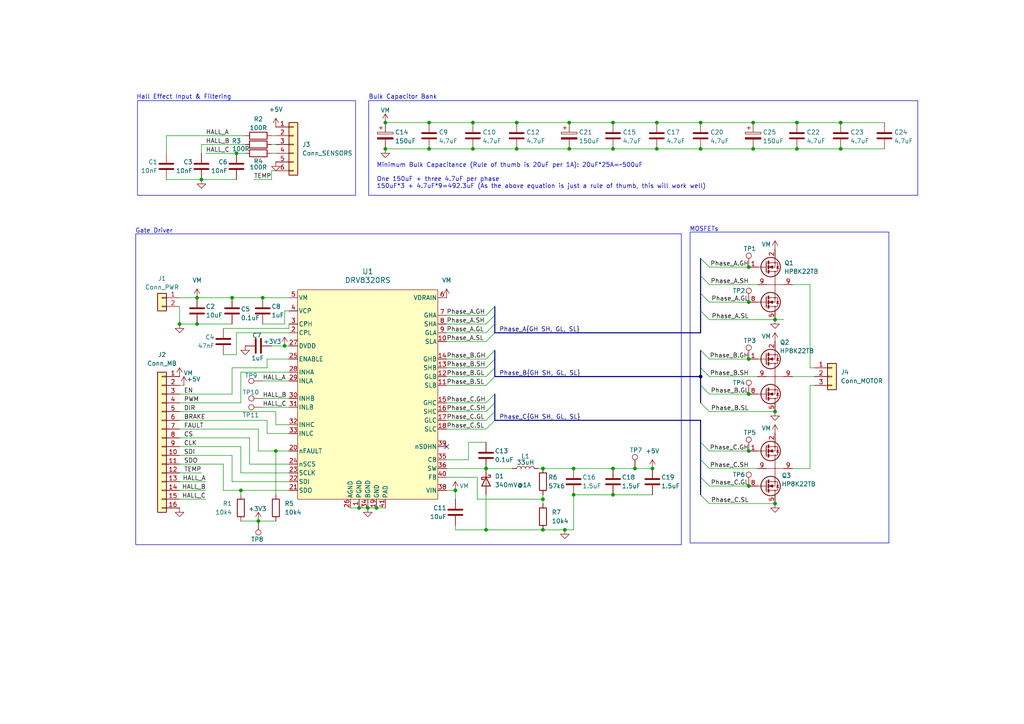
<source format=kicad_sch>
(kicad_sch (version 20250114) (generator "eeschema") (generator_version "9.0")
  (paper "A4")
  (title_block (title "Sensored Brushless Motor ESC") (date "2025-06-23") (rev "v1.0") (company "Designed by Adam Turaj") (comment 1 "Designed for 50A peak current and 25A running current") (comment 2 "https://highway.hackclub.com") (comment 3 "Made for Hackclub's Highway YSWS Grant"))
  (lib_symbols
    (symbol "Connector:TestPoint" (pin_numbers (hide yes)) (pin_names (offset 0.762) (hide yes))
      (property "Reference" "TP" (at 0 6.858 0))
      (property "Value" "TestPoint" (at 0 5.08 0))
      (symbol "TestPoint_1_1"
        (pin passive line (at 0 0 90) (length 2.54) (name "1") (number "1"))
      )
    )
    (symbol "Connector_Generic:Conn_01x02" (pin_names (offset 1.016) (hide yes))
      (property "Reference" "J" (at 0 2.54 0))
      (property "Value" "Conn_01x02" (at 0 -5.08 0))
      (symbol "Conn_01x02_1_1"
        (pin passive line (at -5.08 0 0) (length 3.81) (name "Pin_1") (number "1"))
        (pin passive line (at -5.08 -2.54 0) (length 3.81) (name "Pin_2") (number "2"))
      )
    )
    (symbol "Connector_Generic:Conn_01x03" (pin_names (offset 1.016) (hide yes))
      (property "Reference" "J" (at 0 5.08 0))
      (property "Value" "Conn_01x03" (at 0 -5.08 0))
      (symbol "Conn_01x03_1_1"
        (pin passive line (at -5.08 2.54 0) (length 3.81) (name "Pin_1") (number "1"))
        (pin passive line (at -5.08 0 0) (length 3.81) (name "Pin_2") (number "2"))
        (pin passive line (at -5.08 -2.54 0) (length 3.81) (name "Pin_3") (number "3"))
      )
    )
    (symbol "Connector_Generic:Conn_01x06" (pin_names (offset 1.016) (hide yes))
      (property "Reference" "J" (at 0 7.62 0))
      (property "Value" "Conn_01x06" (at 0 -10.16 0))
      (symbol "Conn_01x06_1_1"
        (pin passive line (at -5.08 5.08 0) (length 3.81) (name "Pin_1") (number "1"))
        (pin passive line (at -5.08 2.54 0) (length 3.81) (name "Pin_2") (number "2"))
        (pin passive line (at -5.08 0 0) (length 3.81) (name "Pin_3") (number "3"))
        (pin passive line (at -5.08 -2.54 0) (length 3.81) (name "Pin_4") (number "4"))
        (pin passive line (at -5.08 -5.08 0) (length 3.81) (name "Pin_5") (number "5"))
        (pin passive line (at -5.08 -7.62 0) (length 3.81) (name "Pin_6") (number "6"))
      )
    )
    (symbol "Connector_Generic:Conn_01x16" (pin_names (offset 1.016) (hide yes))
      (property "Reference" "J" (at 0 20.32 0))
      (property "Value" "Conn_01x16" (at 0 -22.86 0))
      (symbol "Conn_01x16_1_1"
        (pin passive line (at -5.08 17.78 0) (length 3.81) (name "Pin_1") (number "1"))
        (pin passive line (at -5.08 15.24 0) (length 3.81) (name "Pin_2") (number "2"))
        (pin passive line (at -5.08 12.7 0) (length 3.81) (name "Pin_3") (number "3"))
        (pin passive line (at -5.08 10.16 0) (length 3.81) (name "Pin_4") (number "4"))
        (pin passive line (at -5.08 7.62 0) (length 3.81) (name "Pin_5") (number "5"))
        (pin passive line (at -5.08 5.08 0) (length 3.81) (name "Pin_6") (number "6"))
        (pin passive line (at -5.08 2.54 0) (length 3.81) (name "Pin_7") (number "7"))
        (pin passive line (at -5.08 0 0) (length 3.81) (name "Pin_8") (number "8"))
        (pin passive line (at -5.08 -2.54 0) (length 3.81) (name "Pin_9") (number "9"))
        (pin passive line (at -5.08 -5.08 0) (length 3.81) (name "Pin_10") (number "10"))
        (pin passive line (at -5.08 -7.62 0) (length 3.81) (name "Pin_11") (number "11"))
        (pin passive line (at -5.08 -10.16 0) (length 3.81) (name "Pin_12") (number "12"))
        (pin passive line (at -5.08 -12.7 0) (length 3.81) (name "Pin_13") (number "13"))
        (pin passive line (at -5.08 -15.24 0) (length 3.81) (name "Pin_14") (number "14"))
        (pin passive line (at -5.08 -17.78 0) (length 3.81) (name "Pin_15") (number "15"))
        (pin passive line (at -5.08 -20.32 0) (length 3.81) (name "Pin_16") (number "16"))
      )
    )
    (symbol "Device:C" (pin_numbers (hide yes)) (pin_names (offset 0.254))
      (property "Reference" "C" (at 0.635 2.54 0))
      (property "Value" "C" (at 0.635 -2.54 0))
      (symbol "C_1_1"
        (pin passive line (at 0 3.81 270) (length 2.794) (name "~") (number "1"))
        (pin passive line (at 0 -3.81 90) (length 2.794) (name "~") (number "2"))
      )
    )
    (symbol "Device:C_Polarized" (pin_numbers (hide yes)) (pin_names (offset 0.254))
      (property "Reference" "C" (at 0.635 2.54 0))
      (property "Value" "C_Polarized" (at 0.635 -2.54 0))
      (symbol "C_Polarized_1_1"
        (pin passive line (at 0 3.81 270) (length 2.794) (name "~") (number "1"))
        (pin passive line (at 0 -3.81 90) (length 2.794) (name "~") (number "2"))
      )
    )
    (symbol "Device:D_Schottky" (pin_numbers (hide yes)) (pin_names (offset 1.016) (hide yes))
      (property "Reference" "D" (at 0 2.54 0))
      (property "Value" "D_Schottky" (at 0 -2.54 0))
      (symbol "D_Schottky_1_1"
        (pin passive line (at -3.81 0 0) (length 2.54) (name "K") (number "1"))
        (pin passive line (at 3.81 0 180) (length 2.54) (name "A") (number "2"))
      )
    )
    (symbol "Device:L" (pin_numbers (hide yes)) (pin_names (offset 1.016) (hide yes))
      (property "Reference" "L" (at -1.27 0 90))
      (property "Value" "L" (at 1.905 0 90))
      (symbol "L_1_1"
        (pin passive line (at 0 3.81 270) (length 1.27) (name "1") (number "1"))
        (pin passive line (at 0 -3.81 90) (length 1.27) (name "2") (number "2"))
      )
    )
    (symbol "Device:R" (pin_numbers (hide yes)) (pin_names (offset 0))
      (property "Reference" "R" (at 2.032 0 90))
      (property "Value" "R" (at 0 0 90))
      (symbol "R_1_1"
        (pin passive line (at 0 3.81 270) (length 1.27) (name "~") (number "1"))
        (pin passive line (at 0 -3.81 90) (length 1.27) (name "~") (number "2"))
      )
    )
    (symbol "Driver_Motor:DRV8320RS" (pin_names (offset 0.254))
      (property "Reference" "U" (at 0.254 66.04 0))
      (property "Value" "DRV8320RS" (at 0.508 63.5 0))
      (symbol "DRV8320RS_1_1"
        (pin power_in line (at -22.86 59.69 0) (length 2.54) (name "VM") (number "5"))
        (pin power_in line (at -22.86 55.88 0) (length 2.54) (name "VCP") (number "4"))
        (pin power_in line (at -22.86 52.07 0) (length 2.54) (name "CPH") (number "3"))
        (pin power_in line (at -22.86 49.53 0) (length 2.54) (name "CPL") (number "2"))
        (pin power_out line (at -22.86 45.72 0) (length 2.54) (name "DVDD") (number "27"))
        (pin input line (at -22.86 41.91 0) (length 2.54) (name "ENABLE") (number "25"))
        (pin input line (at -22.86 38.1 0) (length 2.54) (name "INHA") (number "28"))
        (pin input line (at -22.86 35.56 0) (length 2.54) (name "INLA") (number "29"))
        (pin input line (at -22.86 30.48 0) (length 2.54) (name "INHB") (number "30"))
        (pin input line (at -22.86 27.94 0) (length 2.54) (name "INLB") (number "31"))
        (pin input line (at -22.86 22.86 0) (length 2.54) (name "INHC") (number "32"))
        (pin input line (at -22.86 20.32 0) (length 2.54) (name "INLC") (number "33"))
        (pin output line (at -22.86 15.24 0) (length 2.54) (name "nFAULT") (number "20"))
        (pin input line (at -22.86 11.43 0) (length 2.54) (name "nSCS") (number "24"))
        (pin input line (at -22.86 8.89 0) (length 2.54) (name "SCLK") (number "23"))
        (pin input line (at -22.86 6.35 0) (length 2.54) (name "SDI") (number "22"))
        (pin output line (at -22.86 3.81 0) (length 2.54) (name "SDO") (number "21"))
        (pin power_in line (at -5.08 -1.27 90) (length 2.54) (name "AGND") (number "26"))
        (pin power_in line (at -2.54 -1.27 90) (length 2.54) (name "PGND") (number "1"))
        (pin power_in line (at 0 -1.27 90) (length 2.54) (name "BGND") (number "34"))
        (pin power_in line (at 2.54 -1.27 90) (length 2.54) (name "GND") (number "19"))
        (pin power_in line (at 5.08 -1.27 90) (length 2.54) (name "PAD") (number "41"))
        (pin no_connect line (at 11.43 -1.27 90) (length 2.54) (hide yes) (name "NC") (number "37"))
        (pin input line (at 22.86 59.69 180) (length 2.54) (name "VDRAIN") (number "6"))
        (pin output line (at 22.86 54.61 180) (length 2.54) (name "GHA") (number "7"))
        (pin input line (at 22.86 52.07 180) (length 2.54) (name "SHA") (number "8"))
        (pin output line (at 22.86 49.53 180) (length 2.54) (name "GLA") (number "9"))
        (pin input line (at 22.86 46.99 180) (length 2.54) (name "SLA") (number "10"))
        (pin output line (at 22.86 41.91 180) (length 2.54) (name "GHB") (number "14"))
        (pin input line (at 22.86 39.37 180) (length 2.54) (name "SHB") (number "13"))
        (pin output line (at 22.86 36.83 180) (length 2.54) (name "GLB") (number "12"))
        (pin input line (at 22.86 34.29 180) (length 2.54) (name "SLB") (number "11"))
        (pin output line (at 22.86 29.21 180) (length 2.54) (name "GHC") (number "15"))
        (pin input line (at 22.86 26.67 180) (length 2.54) (name "SHC") (number "16"))
        (pin output line (at 22.86 24.13 180) (length 2.54) (name "GLC") (number "17"))
        (pin input line (at 22.86 21.59 180) (length 2.54) (name "SLC") (number "18"))
        (pin input line (at 22.86 16.51 180) (length 2.54) (name "nSDHN") (number "39"))
        (pin input line (at 22.86 12.7 180) (length 2.54) (name "CB") (number "35"))
        (pin input line (at 22.86 10.16 180) (length 2.54) (name "SW") (number "36"))
        (pin input line (at 22.86 7.62 180) (length 2.54) (name "FB") (number "40"))
        (pin power_in line (at 22.86 3.81 180) (length 2.54) (name "VIN") (number "38"))
      )
    )
    (symbol "HP8K22TB_1" (pin_names (hide yes))
      (property "Reference" "Q" (at -8.89 4.318 0))
      (property "Value" "HP8K22TB" (at 7.62 -3.81 0))
      (symbol "HP8K22TB_1_1_1"
        (pin power_in line (at -10.16 0 0) (length 2.54) (name "V_{IN}") (number "2"))
        (pin power_in line (at -10.16 0 0) (length 2.54) (hide yes) (name "V_{IN}") (number "3"))
        (pin power_in line (at -10.16 0 0) (length 2.54) (hide yes) (name "V_{IN}") (number "4"))
        (pin input line (at -5.08 7.62 270) (length 2.54) (name "T_{G}") (number "1"))
        (pin output line (at 0 5.08 270) (length 2.54) (name "T_{GR}") (number "9"))
        (pin output line (at 0 -5.08 90) (length 2.54) (name "V_{SW}") (number "9"))
        (pin input line (at 5.08 7.62 270) (length 2.54) (name "B_{G}") (number "8"))
        (pin power_in line (at 10.16 0 180) (length 2.54) (name "P_{GND}") (number "5"))
        (pin power_in line (at 10.16 0 180) (length 2.54) (hide yes) (name "P_{GND}") (number "6"))
        (pin power_in line (at 10.16 0 180) (length 2.54) (hide yes) (name "P_{GND}") (number "7"))
      )
    )
    (symbol "HP8K22TB_2" (pin_names (hide yes))
      (property "Reference" "Q" (at -8.89 4.318 0))
      (property "Value" "HP8K22TB" (at 7.62 -3.81 0))
      (symbol "HP8K22TB_2_1_1"
        (pin power_in line (at -10.16 0 0) (length 2.54) (name "V_{IN}") (number "2"))
        (pin power_in line (at -10.16 0 0) (length 2.54) (hide yes) (name "V_{IN}") (number "3"))
        (pin power_in line (at -10.16 0 0) (length 2.54) (hide yes) (name "V_{IN}") (number "4"))
        (pin input line (at -5.08 7.62 270) (length 2.54) (name "T_{G}") (number "1"))
        (pin output line (at 0 5.08 270) (length 2.54) (name "T_{GR}") (number "9"))
        (pin output line (at 0 -5.08 90) (length 2.54) (name "V_{SW}") (number "9"))
        (pin input line (at 5.08 7.62 270) (length 2.54) (name "B_{G}") (number "8"))
        (pin power_in line (at 10.16 0 180) (length 2.54) (name "P_{GND}") (number "5"))
        (pin power_in line (at 10.16 0 180) (length 2.54) (hide yes) (name "P_{GND}") (number "6"))
        (pin power_in line (at 10.16 0 180) (length 2.54) (hide yes) (name "P_{GND}") (number "7"))
      )
    )
    (symbol "Transistor_FET:HP8K22TB" (pin_names (hide yes))
      (property "Reference" "Q" (at -8.89 4.318 0))
      (property "Value" "HP8K22TB" (at 7.62 -3.81 0))
      (symbol "HP8K22TB_1_1"
        (pin power_in line (at -10.16 0 0) (length 2.54) (name "V_{IN}") (number "2"))
        (pin power_in line (at -10.16 0 0) (length 2.54) (hide yes) (name "V_{IN}") (number "3"))
        (pin power_in line (at -10.16 0 0) (length 2.54) (hide yes) (name "V_{IN}") (number "4"))
        (pin input line (at -5.08 7.62 270) (length 2.54) (name "T_{G}") (number "1"))
        (pin output line (at 0 5.08 270) (length 2.54) (name "T_{GR}") (number "9"))
        (pin output line (at 0 -5.08 90) (length 2.54) (name "V_{SW}") (number "9"))
        (pin input line (at 5.08 7.62 270) (length 2.54) (name "B_{G}") (number "8"))
        (pin power_in line (at 10.16 0 180) (length 2.54) (name "P_{GND}") (number "5"))
        (pin power_in line (at 10.16 0 180) (length 2.54) (hide yes) (name "P_{GND}") (number "6"))
        (pin power_in line (at 10.16 0 180) (length 2.54) (hide yes) (name "P_{GND}") (number "7"))
      )
    )
    (symbol "power:+3V3" (power) (pin_numbers (hide yes)) (pin_names (offset 0) (hide yes))
      (property "Value" "+3V3" (at 0 3.556 0))
      (symbol "+3V3_1_1"
        (pin power_in line (at 0 0 90) (length 0) (name "~") (number "1"))
      )
    )
    (symbol "power:+5V" (power) (pin_numbers (hide yes)) (pin_names (offset 0) (hide yes))
      (property "Value" "+5V" (at 0 3.556 0))
      (symbol "+5V_1_1"
        (pin power_in line (at 0 0 90) (length 0) (name "~") (number "1"))
      )
    )
    (symbol "power:+7.5V" (power) (pin_numbers (hide yes)) (pin_names (offset 0) (hide yes))
      (property "Value" "+7.5V" (at 0 3.556 0))
      (symbol "+7.5V_1_1"
        (pin power_in line (at 0 0 90) (length 0) (name "~") (number "1"))
      )
    )
    (symbol "power:GND" (power) (pin_numbers (hide yes)) (pin_names (offset 0) (hide yes))
      (property "Value" "GND" (at 0 -3.81 0))
      (symbol "GND_1_1"
        (pin power_in line (at 0 0 270) (length 0) (name "~") (number "1"))
      )
    )
  )
  (rectangle (start 39.878 29.21) (end 103.124 56.642))
  (rectangle (start 106.934 29.21) (end 266.192 56.642))
  (rectangle (start 200.152 67.31) (end 257.81 157.48))
  (rectangle (start 39.37 67.818) (end 197.612 157.988))
  (text "MOSFETs" (at 204.216 66.548 0) (effects (font (size 1.27 1.27))))
  (text "Hall Effect Input & Filtering" (at 53.34 28.194 0) (effects (font (size 1.27 1.27))))
  (text "Gate Driver" (at 44.704 67.056 0) (effects (font (size 1.27 1.27))))
  (text "Minimum Bulk Capacitance (Rule of thumb is 20uF per 1A): 20uF*25A=~500uF\n\nOne 150uF + three 4.7uF per phase\n150uF*3 + 4.7uF*9=492.3uF (As the above equation is just a rule of thumb, this will work well)" (at 109.22 51.054 0) (effects (font (size 1.27 1.27)) (justify left)))
  (text "Bulk Capacitor Bank" (at 116.84 28.194 0) (effects (font (size 1.27 1.27))))
  (junction (at 163.83 153.67))
  (junction (at 157.48 153.67))
  (junction (at 149.86 43.18))
  (junction (at 217.17 130.81))
  (junction (at 57.15 86.36))
  (junction (at 218.44 35.56))
  (junction (at 132.08 142.24))
  (junction (at 203.2 109.22))
  (junction (at 111.76 43.18))
  (junction (at 177.8 135.89))
  (junction (at 74.93 151.13))
  (junction (at 109.22 147.32))
  (junction (at 217.17 87.63))
  (junction (at 217.17 77.47))
  (junction (at 165.1 35.56))
  (junction (at 157.48 144.78))
  (junction (at 76.2 86.36))
  (junction (at 217.17 104.14))
  (junction (at 166.37 143.51))
  (junction (at 190.5 35.56))
  (junction (at 67.31 86.36))
  (junction (at 140.97 153.67))
  (junction (at 217.17 140.97))
  (junction (at 166.37 135.89))
  (junction (at 80.01 130.81))
  (junction (at 165.1 43.18))
  (junction (at 82.55 100.33))
  (junction (at 243.84 43.18))
  (junction (at 218.44 43.18))
  (junction (at 190.5 43.18))
  (junction (at 224.79 92.71))
  (junction (at 106.68 147.32))
  (junction (at 203.2 43.18))
  (junction (at 177.8 35.56))
  (junction (at 224.79 146.05))
  (junction (at 124.46 35.56))
  (junction (at 157.48 135.89))
  (junction (at 124.46 43.18))
  (junction (at 189.23 135.89))
  (junction (at 137.16 43.18))
  (junction (at 111.76 35.56))
  (junction (at 140.97 135.89))
  (junction (at 243.84 35.56))
  (junction (at 217.17 114.3))
  (junction (at 52.07 93.98))
  (junction (at 69.85 142.24))
  (junction (at 104.14 147.32))
  (junction (at 57.15 93.98))
  (junction (at 149.86 35.56))
  (junction (at 184.15 135.89))
  (junction (at 224.79 119.38))
  (junction (at 58.42 52.07))
  (junction (at 177.8 43.18))
  (junction (at 68.58 44.45))
  (junction (at 231.14 35.56))
  (junction (at 231.14 43.18))
  (junction (at 137.16 35.56))
  (junction (at 203.2 35.56))
  (junction (at 177.8 143.51))
  (no_connect (at 129.54 129.54))
  (bus_entry (at 143.51 106.68) (size -2.54 2.54))
  (bus_entry (at 143.51 88.9) (size -2.54 2.54))
  (bus_entry (at 203.2 111.76) (size 2.54 2.54))
  (bus_entry (at 203.2 133.35) (size 2.54 2.54))
  (bus_entry (at 143.51 91.44) (size -2.54 2.54))
  (bus_entry (at 203.2 128.27) (size 2.54 2.54))
  (bus_entry (at 203.2 101.6) (size 2.54 2.54))
  (bus_entry (at 203.2 74.93) (size 2.54 2.54))
  (bus_entry (at 203.2 106.68) (size 2.54 2.54))
  (bus_entry (at 203.2 116.84) (size 2.54 2.54))
  (bus_entry (at 143.51 114.3) (size -2.54 2.54))
  (bus_entry (at 143.51 116.84) (size -2.54 2.54))
  (bus_entry (at 203.2 80.01) (size 2.54 2.54))
  (bus_entry (at 143.51 101.6) (size -2.54 2.54))
  (bus_entry (at 143.51 104.14) (size -2.54 2.54))
  (bus_entry (at 143.51 93.98) (size -2.54 2.54))
  (bus_entry (at 143.51 121.92) (size -2.54 2.54))
  (bus_entry (at 203.2 90.17) (size 2.54 2.54))
  (bus_entry (at 143.51 109.22) (size -2.54 2.54))
  (bus_entry (at 143.51 119.38) (size -2.54 2.54))
  (bus_entry (at 203.2 85.09) (size 2.54 2.54))
  (bus_entry (at 203.2 143.51) (size 2.54 2.54))
  (bus_entry (at 203.2 138.43) (size 2.54 2.54))
  (bus_entry (at 143.51 96.52) (size -2.54 2.54))
  (wire (pts (xy 234.95 82.55) (xy 229.87 82.55)))
  (wire (pts (xy 101.6 147.32) (xy 104.14 147.32)))
  (wire (pts (xy 52.07 93.98) (xy 57.15 93.98)))
  (wire (pts (xy 68.58 102.87) (xy 64.77 102.87)))
  (wire (pts (xy 205.74 130.81) (xy 217.17 130.81)))
  (wire (pts (xy 243.84 35.56) (xy 231.14 35.56)))
  (wire (pts (xy 80.01 123.19) (xy 83.82 123.19)))
  (wire (pts (xy 166.37 153.67) (xy 163.83 153.67)))
  (bus (pts (xy 143.51 91.44) (xy 143.51 93.98)))
  (wire (pts (xy 52.07 114.3) (xy 67.31 114.3)))
  (wire (pts (xy 165.1 43.18) (xy 177.8 43.18)))
  (bus (pts (xy 143.51 109.22) (xy 203.2 109.22)))
  (bus (pts (xy 143.51 119.38) (xy 143.51 121.92)))
  (wire (pts (xy 165.1 35.56) (xy 177.8 35.56)))
  (wire (pts (xy 80.01 130.81) (xy 74.93 130.81)))
  (wire (pts (xy 74.93 124.46) (xy 52.07 124.46)))
  (wire (pts (xy 234.95 111.76) (xy 236.22 111.76)))
  (wire (pts (xy 109.22 147.32) (xy 111.76 147.32)))
  (wire (pts (xy 52.07 127) (xy 72.39 127)))
  (wire (pts (xy 69.85 129.54) (xy 69.85 137.16)))
  (wire (pts (xy 82.55 100.33) (xy 83.82 100.33)))
  (wire (pts (xy 82.55 90.17) (xy 83.82 90.17)))
  (wire (pts (xy 166.37 143.51) (xy 166.37 153.67)))
  (wire (pts (xy 156.21 135.89) (xy 157.48 135.89)))
  (wire (pts (xy 52.07 93.98) (xy 52.07 88.9)))
  (wire (pts (xy 52.07 137.16) (xy 58.42 137.16)))
  (wire (pts (xy 140.97 143.51) (xy 140.97 153.67)))
  (wire (pts (xy 157.48 144.78) (xy 157.48 146.05)))
  (bus (pts (xy 143.51 93.98) (xy 143.51 96.52)))
  (wire (pts (xy 157.48 144.78) (xy 138.43 144.78)))
  (bus (pts (xy 203.2 111.76) (xy 203.2 116.84)))
  (wire (pts (xy 129.54 111.76) (xy 140.97 111.76)))
  (wire (pts (xy 58.42 52.07) (xy 68.58 52.07)))
  (wire (pts (xy 140.97 104.14) (xy 129.54 104.14)))
  (wire (pts (xy 129.54 124.46) (xy 140.97 124.46)))
  (wire (pts (xy 229.87 135.89) (xy 234.95 135.89)))
  (bus (pts (xy 143.51 88.9) (xy 143.51 91.44)))
  (wire (pts (xy 106.68 147.32) (xy 109.22 147.32)))
  (wire (pts (xy 67.31 132.08) (xy 52.07 132.08)))
  (wire (pts (xy 82.55 93.98) (xy 82.55 90.17)))
  (wire (pts (xy 48.26 52.07) (xy 58.42 52.07)))
  (wire (pts (xy 177.8 35.56) (xy 190.5 35.56)))
  (wire (pts (xy 224.79 92.71) (xy 227.33 92.71)))
  (wire (pts (xy 48.26 39.37) (xy 48.26 44.45)))
  (wire (pts (xy 77.47 104.14) (xy 83.82 104.14)))
  (wire (pts (xy 58.42 41.91) (xy 58.42 44.45)))
  (wire (pts (xy 129.54 106.68) (xy 140.97 106.68)))
  (wire (pts (xy 140.97 109.22) (xy 129.54 109.22)))
  (bus (pts (xy 203.2 85.09) (xy 203.2 90.17)))
  (wire (pts (xy 76.2 86.36) (xy 83.82 86.36)))
  (wire (pts (xy 218.44 35.56) (xy 231.14 35.56)))
  (wire (pts (xy 234.95 106.68) (xy 234.95 82.55)))
  (wire (pts (xy 203.2 43.18) (xy 190.5 43.18)))
  (wire (pts (xy 52.07 119.38) (xy 80.01 119.38)))
  (wire (pts (xy 52.07 121.92) (xy 77.47 121.92)))
  (wire (pts (xy 69.85 116.84) (xy 69.85 107.95)))
  (wire (pts (xy 140.97 121.92) (xy 129.54 121.92)))
  (wire (pts (xy 78.74 49.53) (xy 80.01 49.53)))
  (wire (pts (xy 52.07 134.62) (xy 64.77 134.62)))
  (wire (pts (xy 243.84 43.18) (xy 256.54 43.18)))
  (wire (pts (xy 243.84 35.56) (xy 256.54 35.56)))
  (wire (pts (xy 64.77 95.25) (xy 83.82 95.25)))
  (wire (pts (xy 59.69 142.24) (xy 52.07 142.24)))
  (wire (pts (xy 157.48 153.67) (xy 163.83 153.67)))
  (wire (pts (xy 69.85 137.16) (xy 83.82 137.16)))
  (wire (pts (xy 67.31 86.36) (xy 76.2 86.36)))
  (wire (pts (xy 59.69 44.45) (xy 68.58 44.45)))
  (wire (pts (xy 124.46 43.18) (xy 111.76 43.18)))
  (wire (pts (xy 78.74 44.45) (xy 80.01 44.45)))
  (wire (pts (xy 73.66 52.07) (xy 78.74 52.07)))
  (wire (pts (xy 177.8 143.51) (xy 189.23 143.51)))
  (wire (pts (xy 67.31 139.7) (xy 67.31 132.08)))
  (wire (pts (xy 205.74 104.14) (xy 217.17 104.14)))
  (wire (pts (xy 71.12 41.91) (xy 58.42 41.91)))
  (wire (pts (xy 135.89 133.35) (xy 135.89 128.27)))
  (bus (pts (xy 203.2 80.01) (xy 203.2 85.09)))
  (bus (pts (xy 203.2 109.22) (xy 203.2 111.76)))
  (wire (pts (xy 149.86 43.18) (xy 137.16 43.18)))
  (bus (pts (xy 143.51 121.92) (xy 203.2 121.92)))
  (wire (pts (xy 137.16 35.56) (xy 124.46 35.56)))
  (bus (pts (xy 143.51 96.52) (xy 203.2 96.52)))
  (wire (pts (xy 52.07 129.54) (xy 69.85 129.54)))
  (wire (pts (xy 76.2 115.57) (xy 83.82 115.57)))
  (wire (pts (xy 140.97 96.52) (xy 129.54 96.52)))
  (wire (pts (xy 205.74 92.71) (xy 224.79 92.71)))
  (wire (pts (xy 205.74 82.55) (xy 219.71 82.55)))
  (wire (pts (xy 57.15 93.98) (xy 67.31 93.98)))
  (wire (pts (xy 149.86 35.56) (xy 165.1 35.56)))
  (bus (pts (xy 143.51 116.84) (xy 143.51 119.38)))
  (bus (pts (xy 203.2 133.35) (xy 203.2 138.43)))
  (wire (pts (xy 72.39 127) (xy 72.39 134.62)))
  (wire (pts (xy 124.46 35.56) (xy 111.76 35.56)))
  (wire (pts (xy 64.77 142.24) (xy 69.85 142.24)))
  (wire (pts (xy 104.14 147.32) (xy 106.68 147.32)))
  (wire (pts (xy 140.97 116.84) (xy 129.54 116.84)))
  (wire (pts (xy 57.15 86.36) (xy 67.31 86.36)))
  (bus (pts (xy 143.51 114.3) (xy 143.51 116.84)))
  (wire (pts (xy 205.74 140.97) (xy 217.17 140.97)))
  (wire (pts (xy 129.54 135.89) (xy 140.97 135.89)))
  (wire (pts (xy 177.8 43.18) (xy 190.5 43.18)))
  (wire (pts (xy 77.47 106.68) (xy 67.31 106.68)))
  (wire (pts (xy 74.93 151.13) (xy 80.01 151.13)))
  (wire (pts (xy 48.26 39.37) (xy 71.12 39.37)))
  (wire (pts (xy 69.85 107.95) (xy 83.82 107.95)))
  (wire (pts (xy 231.14 43.18) (xy 243.84 43.18)))
  (bus (pts (xy 143.51 106.68) (xy 143.51 109.22)))
  (wire (pts (xy 129.54 119.38) (xy 140.97 119.38)))
  (wire (pts (xy 76.2 118.11) (xy 83.82 118.11)))
  (wire (pts (xy 149.86 35.56) (xy 137.16 35.56)))
  (wire (pts (xy 83.82 95.25) (xy 83.82 93.98)))
  (wire (pts (xy 78.74 39.37) (xy 80.01 39.37)))
  (wire (pts (xy 78.74 100.33) (xy 82.55 100.33)))
  (wire (pts (xy 203.2 43.18) (xy 218.44 43.18)))
  (wire (pts (xy 129.54 133.35) (xy 135.89 133.35)))
  (bus (pts (xy 203.2 138.43) (xy 203.2 143.51)))
  (wire (pts (xy 203.2 35.56) (xy 218.44 35.56)))
  (bus (pts (xy 203.2 90.17) (xy 203.2 96.52)))
  (wire (pts (xy 166.37 135.89) (xy 157.48 135.89)))
  (wire (pts (xy 129.54 93.98) (xy 140.97 93.98)))
  (wire (pts (xy 67.31 106.68) (xy 67.31 114.3)))
  (wire (pts (xy 166.37 143.51) (xy 177.8 143.51)))
  (wire (pts (xy 83.82 125.73) (xy 77.47 125.73)))
  (wire (pts (xy 69.85 151.13) (xy 74.93 151.13)))
  (wire (pts (xy 137.16 43.18) (xy 124.46 43.18)))
  (wire (pts (xy 83.82 96.52) (xy 68.58 96.52)))
  (wire (pts (xy 68.58 96.52) (xy 68.58 102.87)))
  (wire (pts (xy 83.82 130.81) (xy 80.01 130.81)))
  (wire (pts (xy 189.23 135.89) (xy 184.15 135.89)))
  (wire (pts (xy 77.47 106.68) (xy 77.47 104.14)))
  (wire (pts (xy 52.07 86.36) (xy 57.15 86.36)))
  (wire (pts (xy 129.54 138.43) (xy 138.43 138.43)))
  (bus (pts (xy 143.51 104.14) (xy 143.51 106.68)))
  (wire (pts (xy 74.93 130.81) (xy 74.93 124.46)))
  (bus (pts (xy 203.2 74.93) (xy 203.2 80.01)))
  (wire (pts (xy 52.07 111.76) (xy 53.34 111.76)))
  (wire (pts (xy 149.86 43.18) (xy 165.1 43.18)))
  (wire (pts (xy 80.01 119.38) (xy 80.01 123.19)))
  (wire (pts (xy 72.39 134.62) (xy 83.82 134.62)))
  (bus (pts (xy 143.51 101.6) (xy 143.51 104.14)))
  (wire (pts (xy 76.2 110.49) (xy 83.82 110.49)))
  (wire (pts (xy 69.85 142.24) (xy 83.82 142.24)))
  (wire (pts (xy 236.22 106.68) (xy 234.95 106.68)))
  (bus (pts (xy 203.2 101.6) (xy 203.2 106.68)))
  (bus (pts (xy 203.2 128.27) (xy 203.2 133.35)))
  (wire (pts (xy 205.74 87.63) (xy 217.17 87.63)))
  (wire (pts (xy 78.74 41.91) (xy 80.01 41.91)))
  (wire (pts (xy 205.74 77.47) (xy 217.17 77.47)))
  (wire (pts (xy 205.74 146.05) (xy 224.79 146.05)))
  (wire (pts (xy 138.43 144.78) (xy 138.43 138.43)))
  (wire (pts (xy 218.44 43.18) (xy 231.14 43.18)))
  (wire (pts (xy 64.77 134.62) (xy 64.77 142.24)))
  (wire (pts (xy 59.69 144.78) (xy 52.07 144.78)))
  (wire (pts (xy 132.08 152.4) (xy 132.08 153.67)))
  (wire (pts (xy 140.97 91.44) (xy 129.54 91.44)))
  (wire (pts (xy 184.15 135.89) (xy 177.8 135.89)))
  (wire (pts (xy 140.97 153.67) (xy 157.48 153.67)))
  (wire (pts (xy 129.54 99.06) (xy 140.97 99.06)))
  (wire (pts (xy 234.95 135.89) (xy 234.95 111.76)))
  (wire (pts (xy 132.08 142.24) (xy 132.08 144.78)))
  (wire (pts (xy 203.2 35.56) (xy 190.5 35.56)))
  (wire (pts (xy 177.8 135.89) (xy 166.37 135.89)))
  (wire (pts (xy 129.54 142.24) (xy 132.08 142.24)))
  (wire (pts (xy 205.74 109.22) (xy 219.71 109.22)))
  (wire (pts (xy 140.97 135.89) (xy 148.59 135.89)))
  (wire (pts (xy 205.74 114.3) (xy 217.17 114.3)))
  (wire (pts (xy 69.85 143.51) (xy 69.85 142.24)))
  (bus (pts (xy 203.2 121.92) (xy 203.2 128.27)))
  (wire (pts (xy 59.69 139.7) (xy 52.07 139.7)))
  (wire (pts (xy 229.87 109.22) (xy 236.22 109.22)))
  (wire (pts (xy 205.74 119.38) (xy 224.79 119.38)))
  (wire (pts (xy 132.08 153.67) (xy 140.97 153.67)))
  (wire (pts (xy 68.58 44.45) (xy 71.12 44.45)))
  (wire (pts (xy 83.82 139.7) (xy 67.31 139.7)))
  (wire (pts (xy 78.74 52.07) (xy 78.74 49.53)))
  (wire (pts (xy 77.47 125.73) (xy 77.47 121.92)))
  (wire (pts (xy 157.48 143.51) (xy 157.48 144.78)))
  (wire (pts (xy 80.01 130.81) (xy 80.01 143.51)))
  (wire (pts (xy 205.74 135.89) (xy 219.71 135.89)))
  (wire (pts (xy 52.07 116.84) (xy 69.85 116.84)))
  (bus (pts (xy 203.2 106.68) (xy 203.2 109.22)))
  (wire (pts (xy 76.2 93.98) (xy 82.55 93.98)))
  (wire (pts (xy 135.89 128.27) (xy 140.97 128.27)))
  (label "SDI" (at 53.34 132.08 0))
  (label "HALL_A" (at 59.69 139.7 180))
  (label "HALL_B" (at 59.69 142.24 180))
  (label "HALL_A" (at 59.69 39.37 0))
  (label "DIR" (at 53.34 119.38 0))
  (label "TEMP" (at 73.66 52.07 0))
  (label "TEMP" (at 58.42 137.16 180))
  (label "Phase_A.GL" (at 129.54 96.52 0))
  (label "SDO" (at 53.34 134.62 0))
  (label "Phase_C.GH" (at 129.54 116.84 0))
  (label "FAULT" (at 53.34 124.46 0))
  (label "Phase_A.GH" (at 129.54 91.44 0))
  (label "Phase_C.GL" (at 217.17 140.97 180))
  (label "Phase_B.GH" (at 217.17 104.14 180))
  (label "PWM" (at 53.34 116.84 0))
  (label "Phase_C.SL" (at 129.54 124.46 0))
  (label "Phase_B.SH" (at 129.54 106.68 0))
  (label "HALL_C" (at 59.69 144.78 180))
  (label "Phase_A.GH" (at 217.17 77.47 180))
  (label "Phase_A.SL" (at 129.54 99.06 0))
  (label "HALL_C" (at 76.2 118.11 0))
  (label "Phase_A.SH" (at 129.54 93.98 0))
  (label "CS" (at 53.34 127 0))
  (label "Phase_C.SH" (at 217.17 135.89 180))
  (label "Phase_C.GH" (at 217.17 130.81 180))
  (label "HALL_A" (at 76.2 110.49 0))
  (label "Phase_B.GL" (at 129.54 109.22 0))
  (label "Phase_C.GL" (at 129.54 121.92 0))
  (label "Phase_A.SH" (at 217.17 82.55 180))
  (label "Phase_C.SL" (at 217.17 146.05 180))
  (label "Phase_B{GH SH, GL, SL}" (at 144.78 109.22 0))
  (label "Phase_C.SH" (at 129.54 119.38 0))
  (label "HALL_B" (at 59.69 41.91 0))
  (label "Phase_B.GL" (at 217.17 114.3 180))
  (label "BRAKE" (at 53.34 121.92 0))
  (label "Phase_B.SL" (at 217.17 119.38 180))
  (label "Phase_B.SH" (at 217.17 109.22 180))
  (label "Phase_A.GL" (at 217.17 87.63 180))
  (label "CLK" (at 53.34 129.54 0))
  (label "EN" (at 53.34 114.3 0))
  (label "HALL_B" (at 76.2 115.57 0))
  (label "Phase_B.SL" (at 129.54 111.76 0))
  (label "Phase_A.SL" (at 217.17 92.71 180))
  (label "Phase_C{GH SH, GL, SL}" (at 144.78 121.92 0))
  (label "Phase_A{GH SH, GL, SL}" (at 144.78 96.52 0))
  (label "HALL_C" (at 59.69 44.45 0))
  (label "Phase_B.GH" (at 129.54 104.14 0))
  (symbol (lib_id "power:GND") (at 224.79 119.38 0) (unit 1)
    (property "Reference" "#PWR021" (effects (hide yes)))
    (property "Value" "GND" (effects (hide yes)))
    (property "Description" "Power symbol creates a global label with name \"GND\" , ground" (effects (hide yes)))
  )
  (symbol (lib_id "Device:C") (at 231.14 39.37 0) (unit 1)
    (property "Reference" "C22" (at 233.934 38.354 0) (effects (justify left)))
    (property "Value" "4.7uF" (at 233.934 40.894 0) (effects (justify left)))
    (property "Footprint" "Capacitor_SMD:C_0603_1608Metric" (effects (hide yes)))
    (property "Description" "Unpolarized capacitor" (effects (hide yes)))
    (property "MPN" "CL10A475KO8NNNC" (effects (hide yes)))
  )
  (symbol (lib_id "Device:R") (at 157.48 139.7 0) (unit 1)
    (property "Reference" "R6" (at 159.004 138.43 0) (effects (justify left)))
    (property "Value" "57k6" (at 159.004 140.97 0) (effects (justify left)))
    (property "Footprint" "Resistor_SMD:R_0603_1608Metric" (effects (hide yes)))
    (property "Description" "Resistor" (effects (hide yes)))
    (property "MPN" "RC0603FR-0757K6L" (effects (hide yes)))
  )
  (symbol (lib_id "Connector_Generic:Conn_01x16") (at 46.99 127 0) (mirror y) (unit 1)
    (property "Reference" "J2" (at 46.99 102.87 0))
    (property "Value" "Conn_MB" (at 46.99 105.41 0))
    (property "Footprint" "Connector_PinSocket_2.54mm:PinSocket_2x08_P2.54mm_Vertical" (effects (hide yes)))
    (property "Description" "Generic connector, single row, 01x16, script generated (kicad-library-utils/schlib/autogen/connector/)" (effects (hide yes)))
  )
  (symbol (lib_id "Device:R") (at 80.01 147.32 0) (mirror y) (unit 1)
    (property "Reference" "R5" (at 82.55 146.0499 0) (effects (justify right)))
    (property "Value" "10k4" (at 82.55 148.5899 0) (effects (justify right)))
    (property "Footprint" "Resistor_SMD:R_0603_1608Metric" (effects (hide yes)))
    (property "Description" "Resistor" (effects (hide yes)))
    (property "MPN" "RT0603BRD0710K4L" (effects (hide yes)))
  )
  (symbol (lib_id "Connector:TestPoint") (at 184.15 135.89 0) (unit 1)
    (property "Reference" "TP7" (at 182.626 130.556 0) (effects (justify left)))
    (property "Value" "TestPoint" (effects (hide yes)))
    (property "Footprint" "TestPoint:TestPoint_Pad_D1.0mm" (effects (hide yes)))
    (property "Description" "test point" (effects (hide yes)))
  )
  (symbol (lib_id "Device:C") (at 203.2 39.37 0) (unit 1)
    (property "Reference" "C20" (at 205.994 38.354 0) (effects (justify left)))
    (property "Value" "4.7uF" (at 205.994 40.894 0) (effects (justify left)))
    (property "Footprint" "Capacitor_SMD:C_0603_1608Metric" (effects (hide yes)))
    (property "Description" "Unpolarized capacitor" (effects (hide yes)))
    (property "MPN" "CL10A475KO8NNNC" (effects (hide yes)))
  )
  (symbol (lib_name "HP8K22TB_2") (lib_id "Transistor_FET:HP8K22TB") (at 224.79 135.89 90) (mirror x) (unit 1)
    (property "Reference" "Q3" (at 228.092 137.922 90))
    (property "Value" "HP8K22TB" (at 231.648 140.3918 90))
    (property "Footprint" "Package_SO:HSOP-8-1EP_3.9x4.9mm_P1.27mm_EP2.41x3.1mm_ThermalVias" (effects (hide yes)))
    (property "Datasheet" "https://www.diodes.com/assets/Datasheets/ds31238.pdf" (effects (hide yes)))
    (property "Description" "Common Source Dual 400mA Id, 30V Vds, N-Channel MOSFET, 1.5Ohm Ron, SOT-353" (effects (hide yes)))
    (property "MPN" "HP8K22TB" (effects (hide yes)))
  )
  (symbol (lib_id "Device:C") (at 74.93 100.33 270) (mirror x) (unit 1)
    (property "Reference" "C7" (at 73.152 97.282 90) (effects (justify left)))
    (property "Value" "1uF" (at 72.898 103.886 90) (effects (justify left)))
    (property "Footprint" "Capacitor_SMD:C_0603_1608Metric" (effects (hide yes)))
    (property "Description" "Unpolarized capacitor" (effects (hide yes)))
    (property "MPN" "CC0603KRX7R7BB105" (effects (hide yes)))
  )
  (symbol (lib_id "power:+5V") (at 189.23 135.89 0) (unit 1)
    (property "Reference" "#PWR017" (effects (hide yes)))
    (property "Value" "+5V" (at 189.23 130.81 0))
    (property "Description" "Power symbol creates a global label with name \"+5V\"" (effects (hide yes)))
  )
  (symbol (lib_id "power:GND") (at 111.76 43.18 0) (unit 1)
    (property "Reference" "#PWR013" (effects (hide yes)))
    (property "Value" "GND" (effects (hide yes)))
    (property "Description" "Power symbol creates a global label with name \"GND\" , ground" (effects (hide yes)))
  )
  (symbol (lib_id "Device:C") (at 64.77 99.06 0) (mirror y) (unit 1)
    (property "Reference" "C4" (at 62.23 97.79 0) (effects (justify left)))
    (property "Value" "47nF" (at 62.23 100.33 0) (effects (justify left)))
    (property "Footprint" "Capacitor_SMD:C_0603_1608Metric" (effects (hide yes)))
    (property "Description" "Unpolarized capacitor" (effects (hide yes)))
    (property "MPN" "https://www.digikey.ca/en/products/detail/samsung-electro-mechanics/CL10B473KO8NNNC/3887737" (effects (hide yes)))
  )
  (symbol (lib_id "Device:C") (at 58.42 48.26 0) (unit 1)
    (property "Reference" "C3" (at 55.88 46.99 0) (effects (justify right)))
    (property "Value" "10nF" (at 55.88 49.53 0) (effects (justify right)))
    (property "Footprint" "Capacitor_SMD:C_0603_1608Metric" (effects (hide yes)))
    (property "Description" "Unpolarized capacitor" (effects (hide yes)))
    (property "MPN" "CL10B103KO8WPNC" (effects (hide yes)))
  )
  (symbol (lib_id "Device:C") (at 149.86 39.37 0) (unit 1)
    (property "Reference" "C12" (at 152.654 38.354 0) (effects (justify left)))
    (property "Value" "4.7uF" (at 152.654 40.894 0) (effects (justify left)))
    (property "Footprint" "Capacitor_SMD:C_0603_1608Metric" (effects (hide yes)))
    (property "Description" "Unpolarized capacitor" (effects (hide yes)))
    (property "MPN" "CL10A475KO8NNNC" (effects (hide yes)))
  )
  (symbol (lib_id "Device:C") (at 76.2 90.17 0) (unit 1)
    (property "Reference" "C8" (at 78.74 88.9 0) (effects (justify left)))
    (property "Value" "1uF" (at 78.74 91.44 0) (effects (justify left)))
    (property "Footprint" "Capacitor_SMD:C_0603_1608Metric" (effects (hide yes)))
    (property "Description" "Unpolarized capacitor" (effects (hide yes)))
    (property "MPN" "CC0603KRX7R7BB105" (effects (hide yes)))
  )
  (symbol (lib_id "power:+7.5V") (at 57.15 86.36 0) (unit 1)
    (property "Reference" "#PWR04" (effects (hide yes)))
    (property "Value" "VM" (at 57.15 81.28 0))
    (property "Description" "Power symbol creates a global label with name \"+7.5V\"" (effects (hide yes)))
  )
  (symbol (lib_id "Device:L") (at 152.4 135.89 90) (unit 1)
    (property "Reference" "L1" (at 152.4 132.334 90))
    (property "Value" "33uH" (at 152.4 134.112 90))
    (property "Footprint" "Inductor_SMD:L_10.4x10.4_H4.8" (effects (hide yes)))
    (property "Description" "Inductor" (effects (hide yes)))
    (property "MPN" "SRU1048-330Y" (effects (hide yes)))
  )
  (symbol (lib_id "power:+7.5V") (at 224.79 125.73 0) (unit 1)
    (property "Reference" "#PWR022" (effects (hide yes)))
    (property "Value" "VM" (at 222.25 124.206 0))
    (property "Description" "Power symbol creates a global label with name \"+7.5V\"" (effects (hide yes)))
  )
  (symbol (lib_id "power:+5V") (at 53.34 111.76 0) (unit 1)
    (property "Reference" "#PWR03" (effects (hide yes)))
    (property "Value" "+5V" (at 56.134 109.982 0))
    (property "Description" "Power symbol creates a global label with name \"+5V\"" (effects (hide yes)))
  )
  (symbol (lib_id "Device:C") (at 67.31 90.17 0) (unit 1)
    (property "Reference" "C5" (at 69.85 89.662 0) (effects (justify left)))
    (property "Value" "0.1uF" (at 69.85 92.202 0) (effects (justify left)))
    (property "Footprint" "Capacitor_SMD:C_0603_1608Metric" (effects (hide yes)))
    (property "Description" "Unpolarized capacitor" (effects (hide yes)))
    (property "MPN" "CC0603KRX7R7BB104" (effects (hide yes)))
  )
  (symbol (lib_id "power:+7.5V") (at 224.79 72.39 0) (unit 1)
    (property "Reference" "#PWR018" (effects (hide yes)))
    (property "Value" "VM" (at 222.25 70.866 0))
    (property "Description" "Power symbol creates a global label with name \"+7.5V\"" (effects (hide yes)))
  )
  (symbol (lib_id "Connector:TestPoint") (at 217.17 104.14 0) (unit 1)
    (property "Reference" "TP3" (at 215.646 98.806 0) (effects (justify left)))
    (property "Value" "TestPoint" (effects (hide yes)))
    (property "Footprint" "TestPoint:TestPoint_Pad_D1.0mm" (effects (hide yes)))
    (property "Description" "test point" (effects (hide yes)))
  )
  (symbol (lib_id "Connector:TestPoint") (at 217.17 77.47 0) (unit 1)
    (property "Reference" "TP1" (at 215.646 72.136 0) (effects (justify left)))
    (property "Value" "TestPoint" (effects (hide yes)))
    (property "Footprint" "TestPoint:TestPoint_Pad_D1.0mm" (effects (hide yes)))
    (property "Description" "test point" (effects (hide yes)))
  )
  (symbol (lib_id "power:GND") (at 224.79 146.05 0) (unit 1)
    (property "Reference" "#PWR023" (effects (hide yes)))
    (property "Value" "GND" (effects (hide yes)))
    (property "Description" "Power symbol creates a global label with name \"GND\" , ground" (effects (hide yes)))
  )
  (symbol (lib_id "Connector:TestPoint") (at 76.2 118.11 90) (unit 1)
    (property "Reference" "TP11" (at 75.184 120.396 90) (effects (justify left)))
    (property "Value" "TestPoint" (effects (hide yes)))
    (property "Footprint" "TestPoint:TestPoint_Pad_D1.0mm" (effects (hide yes)))
    (property "Description" "test point" (effects (hide yes)))
  )
  (symbol (lib_id "Device:C_Polarized") (at 111.76 39.37 0) (unit 1)
    (property "Reference" "C14" (at 114.554 38.354 0) (effects (justify left)))
    (property "Value" "150uF" (at 114.554 40.894 0) (effects (justify left)))
    (property "Description" "Polarized capacitor" (effects (hide yes)))
    (property "MPN" "APXN160ARA151MH70G" (effects (hide yes)))
  )
  (symbol (lib_id "Connector:TestPoint") (at 74.93 151.13 180) (unit 1)
    (property "Reference" "TP8" (at 76.454 156.464 0) (effects (justify left)))
    (property "Value" "TestPoint" (effects (hide yes)))
    (property "Footprint" "TestPoint:TestPoint_Pad_D1.0mm" (effects (hide yes)))
    (property "Description" "test point" (effects (hide yes)))
  )
  (symbol (lib_id "Device:C") (at 140.97 132.08 0) (unit 1)
    (property "Reference" "C13" (at 143.51 130.81 0) (effects (justify left)))
    (property "Value" "0.1uF" (at 143.51 133.35 0) (effects (justify left)))
    (property "Footprint" "Capacitor_SMD:C_0603_1608Metric" (effects (hide yes)))
    (property "Description" "Unpolarized capacitor" (effects (hide yes)))
    (property "MPN" "CC0603KRX7R7BB104" (effects (hide yes)))
  )
  (symbol (lib_id "Connector:TestPoint") (at 76.2 115.57 90) (mirror x) (unit 1)
    (property "Reference" "TP10" (at 75.184 113.792 90) (effects (justify left)))
    (property "Value" "TestPoint" (effects (hide yes)))
    (property "Footprint" "TestPoint:TestPoint_Pad_D1.0mm" (effects (hide yes)))
    (property "Description" "test point" (effects (hide yes)))
  )
  (symbol (lib_id "Connector_Generic:Conn_01x02") (at 46.99 86.36 0) (mirror y) (unit 1)
    (property "Reference" "J1" (at 46.99 80.772 0))
    (property "Value" "Conn_PWR" (at 46.99 83.312 0))
    (property "Footprint" "Connector_AMASS:AMASS_XT60PW-M_1x02_P7.20mm_Horizontal" (effects (hide yes)))
    (property "Description" "Generic connector, single row, 01x02, script generated (kicad-library-utils/schlib/autogen/connector/)" (effects (hide yes)))
  )
  (symbol (lib_id "Connector:TestPoint") (at 217.17 114.3 0) (unit 1)
    (property "Reference" "TP4" (at 216.154 110.998 0) (effects (justify right)))
    (property "Value" "TestPoint" (effects (hide yes)))
    (property "Footprint" "TestPoint:TestPoint_Pad_D1.0mm" (effects (hide yes)))
    (property "Description" "test point" (effects (hide yes)))
  )
  (symbol (lib_id "Device:C") (at 177.8 39.37 0) (unit 1)
    (property "Reference" "C15" (at 180.594 38.354 0) (effects (justify left)))
    (property "Value" "4.7uF" (at 180.594 40.894 0) (effects (justify left)))
    (property "Footprint" "Capacitor_SMD:C_0603_1608Metric" (effects (hide yes)))
    (property "Description" "Unpolarized capacitor" (effects (hide yes)))
    (property "MPN" "CL10A475KO8NNNC" (effects (hide yes)))
  )
  (symbol (lib_id "power:+5V") (at 80.01 36.83 0) (unit 1)
    (property "Reference" "#PWR08" (effects (hide yes)))
    (property "Value" "+5V" (at 80.01 31.75 0))
    (property "Description" "Power symbol creates a global label with name \"+5V\"" (effects (hide yes)))
  )
  (symbol (lib_id "Connector:TestPoint") (at 217.17 87.63 0) (unit 1)
    (property "Reference" "TP2" (at 216.154 84.328 0) (effects (justify right)))
    (property "Value" "TestPoint" (effects (hide yes)))
    (property "Footprint" "TestPoint:TestPoint_Pad_D1.0mm" (effects (hide yes)))
    (property "Description" "test point" (effects (hide yes)))
  )
  (symbol (lib_id "Connector_Generic:Conn_01x06") (at 85.09 41.91 0) (unit 1)
    (property "Reference" "J3" (at 87.63 41.9099 0) (effects (justify left)))
    (property "Value" "Conn_SENSORS" (at 87.63 44.4499 0) (effects (justify left)))
    (property "Footprint" "Connector_JST:JST_XH_B6B-XH-A_1x06_P2.50mm_Vertical" (effects (hide yes)))
    (property "Description" "Generic connector, single row, 01x06, script generated (kicad-library-utils/schlib/autogen/connector/)" (effects (hide yes)))
    (property "MPN" "B6B-XH-A" (effects (hide yes)))
  )
  (symbol (lib_id "Device:C_Polarized") (at 218.44 39.37 0) (unit 1)
    (property "Reference" "C25" (at 221.234 38.354 0) (effects (justify left)))
    (property "Value" "150uF" (at 221.234 40.894 0) (effects (justify left)))
    (property "Description" "Polarized capacitor" (effects (hide yes)))
    (property "MPN" "APXN160ARA151MH70G" (effects (hide yes)))
  )
  (symbol (lib_id "power:+7.5V") (at 111.76 35.56 0) (unit 1)
    (property "Reference" "#PWR012" (effects (hide yes)))
    (property "Value" "VM" (at 111.76 32.004 0))
    (property "Description" "Power symbol creates a global label with name \"+7.5V\"" (effects (hide yes)))
  )
  (symbol (lib_id "power:GND") (at 52.07 93.98 0) (unit 1)
    (property "Reference" "#PWR01" (effects (hide yes)))
    (property "Value" "GND" (effects (hide yes)))
    (property "Description" "Power symbol creates a global label with name \"GND\" , ground" (effects (hide yes)))
  )
  (symbol (lib_id "Driver_Motor:DRV8320RS") (at 106.68 146.05 0) (unit 1)
    (property "Reference" "U1" (at 106.68 78.74 0) (effects (font (size 1.524 1.524))))
    (property "Value" "DRV8320RS" (at 106.68 81.28 0) (effects (font (size 1.524 1.524))))
    (property "Footprint" "Package_DFN_QFN:VQFN-40-1EP_6x6mm_P0.5mm_EP3.5x3.5mm_ThermalVias" (effects (hide yes)))
    (property "Datasheet" "DRV8323SRTAR" (effects (hide yes)))
    (property "MPN" "DRV8320RSRHAT" (effects (hide yes)))
  )
  (symbol (lib_id "Device:C") (at 124.46 39.37 0) (unit 1)
    (property "Reference" "C9" (at 127.254 38.354 0) (effects (justify left)))
    (property "Value" "4.7uF" (at 127.254 40.894 0) (effects (justify left)))
    (property "Footprint" "Capacitor_SMD:C_0603_1608Metric" (effects (hide yes)))
    (property "Description" "Unpolarized capacitor" (effects (hide yes)))
    (property "MPN" "CL10A475KO8NNNC" (effects (hide yes)))
  )
  (symbol (lib_id "Connector_Generic:Conn_01x03") (at 241.3 109.22 0) (unit 1)
    (property "Reference" "J4" (at 243.84 107.9499 0) (effects (justify left)))
    (property "Value" "Conn_MOTOR" (at 243.84 110.4899 0) (effects (justify left)))
    (property "Footprint" "Connector_Pin:Pin_Bullet_D4.7mm" (effects (hide yes)))
    (property "Description" "Generic connector, single row, 01x03, script generated (kicad-library-utils/schlib/autogen/connector/)" (effects (hide yes)))
  )
  (symbol (lib_id "power:GND") (at 163.83 153.67 0) (unit 1)
    (property "Reference" "#PWR016" (effects (hide yes)))
    (property "Value" "GND" (effects (hide yes)))
    (property "Description" "Power symbol creates a global label with name \"GND\" , ground" (effects (hide yes)))
  )
  (symbol (lib_id "Transistor_FET:HP8K22TB") (at 224.79 82.55 90) (mirror x) (unit 1)
    (property "Reference" "Q1" (at 228.854 76.2702 90))
    (property "Value" "HP8K22TB" (at 232.41 78.74 90))
    (property "Footprint" "Package_SO:HSOP-8-1EP_3.9x4.9mm_P1.27mm_EP2.41x3.1mm_ThermalVias" (effects (hide yes)))
    (property "Datasheet" "https://www.diodes.com/assets/Datasheets/ds31238.pdf" (effects (hide yes)))
    (property "Description" "Common Source Dual 400mA Id, 30V Vds, N-Channel MOSFET, 1.5Ohm Ron, SOT-353" (effects (hide yes)))
    (property "MPN" "HP8K22TB" (effects (hide yes)))
  )
  (symbol (lib_id "Device:C") (at 132.08 148.59 0) (mirror y) (unit 1)
    (property "Reference" "C11" (at 129.54 147.32 0) (effects (justify left)))
    (property "Value" "10uF" (at 129.54 149.86 0) (effects (justify left)))
    (property "Footprint" "Capacitor_SMD:C_0603_1608Metric" (effects (hide yes)))
    (property "Description" "Unpolarized capacitor" (effects (hide yes)))
    (property "MPN" "GRM188C81C106MA73D" (effects (hide yes)))
  )
  (symbol (lib_id "Device:C") (at 177.8 139.7 0) (unit 1)
    (property "Reference" "C18" (at 180.34 138.43 0) (effects (justify left)))
    (property "Value" "1.5uF" (at 180.34 140.97 0) (effects (justify left)))
    (property "Footprint" "Capacitor_SMD:C_0603_1608Metric" (effects (hide yes)))
    (property "Description" "Unpolarized capacitor" (effects (hide yes)))
    (property "MPN" "CL10A225KQ8NNWC" (effects (hide yes)))
  )
  (symbol (lib_id "Device:C") (at 190.5 39.37 0) (unit 1)
    (property "Reference" "C17" (at 193.294 38.354 0) (effects (justify left)))
    (property "Value" "4.7uF" (at 193.294 40.894 0) (effects (justify left)))
    (property "Footprint" "Capacitor_SMD:C_0603_1608Metric" (effects (hide yes)))
    (property "Description" "Unpolarized capacitor" (effects (hide yes)))
    (property "MPN" "CL10A475KO8NNNC" (effects (hide yes)))
  )
  (symbol (lib_id "power:GND") (at 52.07 147.32 0) (unit 1)
    (property "Reference" "#PWR02" (effects (hide yes)))
    (property "Value" "GND" (effects (hide yes)))
    (property "Description" "Power symbol creates a global label with name \"GND\" , ground" (effects (hide yes)))
  )
  (symbol (lib_id "power:+7.5V") (at 129.54 86.36 0) (unit 1)
    (property "Reference" "#PWR014" (effects (hide yes)))
    (property "Value" "VM" (at 129.54 81.28 0))
    (property "Description" "Power symbol creates a global label with name \"+7.5V\"" (effects (hide yes)))
  )
  (symbol (lib_id "Device:C") (at 243.84 39.37 0) (unit 1)
    (property "Reference" "C23" (at 246.634 38.354 0) (effects (justify left)))
    (property "Value" "4.7uF" (at 246.634 40.894 0) (effects (justify left)))
    (property "Footprint" "Capacitor_SMD:C_0603_1608Metric" (effects (hide yes)))
    (property "Description" "Unpolarized capacitor" (effects (hide yes)))
    (property "MPN" "CL10A475KO8NNNC" (effects (hide yes)))
  )
  (symbol (lib_id "Device:R") (at 74.93 41.91 90) (unit 1)
    (property "Reference" "R3" (at 68.58 40.894 90))
    (property "Value" "100R" (at 69.85 43.18 90))
    (property "Footprint" "Resistor_SMD:R_0603_1608Metric" (effects (hide yes)))
    (property "Description" "Resistor" (effects (hide yes)))
    (property "MPN" "RMCF0603JT100R" (effects (hide yes)))
  )
  (symbol (lib_id "Device:C") (at 166.37 139.7 0) (unit 1)
    (property "Reference" "C16" (at 168.91 138.43 0) (effects (justify left)))
    (property "Value" "1.5uF" (at 168.91 140.97 0) (effects (justify left)))
    (property "Footprint" "Capacitor_SMD:C_0603_1608Metric" (effects (hide yes)))
    (property "Description" "Unpolarized capacitor" (effects (hide yes)))
    (property "MPN" "CL10A225KQ8NNWC" (effects (hide yes)))
  )
  (symbol (lib_id "power:GND") (at 224.79 92.71 0) (unit 1)
    (property "Reference" "#PWR019" (effects (hide yes)))
    (property "Value" "GND" (effects (hide yes)))
    (property "Description" "Power symbol creates a global label with name \"GND\" , ground" (effects (hide yes)))
  )
  (symbol (lib_id "power:+7.5V") (at 224.79 99.06 0) (unit 1)
    (property "Reference" "#PWR020" (effects (hide yes)))
    (property "Value" "VM" (at 222.25 97.536 0))
    (property "Description" "Power symbol creates a global label with name \"+7.5V\"" (effects (hide yes)))
  )
  (symbol (lib_name "HP8K22TB_1") (lib_id "Transistor_FET:HP8K22TB") (at 224.79 109.22 90) (mirror x) (unit 1)
    (property "Reference" "Q2" (at 227.584 99.314 90))
    (property "Value" "HP8K22TB" (at 231.14 101.7838 90))
    (property "Footprint" "Package_SO:HSOP-8-1EP_3.9x4.9mm_P1.27mm_EP2.41x3.1mm_ThermalVias" (effects (hide yes)))
    (property "Datasheet" "https://www.diodes.com/assets/Datasheets/ds31238.pdf" (effects (hide yes)))
    (property "Description" "Common Source Dual 400mA Id, 30V Vds, N-Channel MOSFET, 1.5Ohm Ron, SOT-353" (effects (hide yes)))
    (property "MPN" "HP8K22TB" (effects (hide yes)))
  )
  (symbol (lib_id "Connector:TestPoint") (at 76.2 110.49 90) (mirror x) (unit 1)
    (property "Reference" "TP9" (at 74.676 108.966 90) (effects (justify left)))
    (property "Value" "TestPoint" (effects (hide yes)))
    (property "Footprint" "TestPoint:TestPoint_Pad_D1.0mm" (effects (hide yes)))
    (property "Description" "test point" (effects (hide yes)))
  )
  (symbol (lib_id "power:GND") (at 80.01 46.99 0) (unit 1)
    (property "Reference" "#PWR09" (effects (hide yes)))
    (property "Value" "GND" (effects (hide yes)))
    (property "Description" "Power symbol creates a global label with name \"GND\" , ground" (effects (hide yes)))
  )
  (symbol (lib_id "Device:C") (at 189.23 139.7 0) (unit 1)
    (property "Reference" "C19" (at 191.77 138.43 0) (effects (justify left)))
    (property "Value" "1.5uF" (at 191.77 140.97 0) (effects (justify left)))
    (property "Footprint" "Capacitor_SMD:C_0603_1608Metric" (effects (hide yes)))
    (property "Description" "Unpolarized capacitor" (effects (hide yes)))
    (property "MPN" "CL10A225KQ8NNWC" (effects (hide yes)))
  )
  (symbol (lib_id "power:GND") (at 71.12 100.33 0) (unit 1)
    (property "Reference" "#PWR06" (effects (hide yes)))
    (property "Value" "GND" (effects (hide yes)))
    (property "Description" "Power symbol creates a global label with name \"GND\" , ground" (effects (hide yes)))
  )
  (symbol (lib_id "Device:C") (at 137.16 39.37 0) (unit 1)
    (property "Reference" "C10" (at 139.954 38.354 0) (effects (justify left)))
    (property "Value" "4.7uF" (at 139.954 40.894 0) (effects (justify left)))
    (property "Footprint" "Capacitor_SMD:C_0603_1608Metric" (effects (hide yes)))
    (property "Description" "Unpolarized capacitor" (effects (hide yes)))
    (property "MPN" "CL10A475KO8NNNC" (effects (hide yes)))
  )
  (symbol (lib_id "Connector:TestPoint") (at 217.17 130.81 0) (unit 1)
    (property "Reference" "TP5" (at 215.646 125.476 0) (effects (justify left)))
    (property "Value" "TestPoint" (effects (hide yes)))
    (property "Footprint" "TestPoint:TestPoint_Pad_D1.0mm" (effects (hide yes)))
    (property "Description" "test point" (effects (hide yes)))
  )
  (symbol (lib_id "Device:C_Polarized") (at 165.1 39.37 0) (unit 1)
    (property "Reference" "C21" (at 167.894 38.354 0) (effects (justify left)))
    (property "Value" "150uF" (at 167.894 40.894 0) (effects (justify left)))
    (property "Description" "Polarized capacitor" (effects (hide yes)))
    (property "MPN" "APXN160ARA151MH70G" (effects (hide yes)))
  )
  (symbol (lib_id "power:+7.5V") (at 132.08 142.24 0) (unit 1)
    (property "Reference" "#PWR015" (effects (hide yes)))
    (property "Value" "VM" (at 134.62 140.97 0))
    (property "Description" "Power symbol creates a global label with name \"+7.5V\"" (effects (hide yes)))
  )
  (symbol (lib_id "Device:R") (at 69.85 147.32 0) (unit 1)
    (property "Reference" "R1" (at 67.31 146.0499 0) (effects (justify right)))
    (property "Value" "10k4" (at 67.31 148.5899 0) (effects (justify right)))
    (property "Footprint" "Resistor_SMD:R_0603_1608Metric" (effects (hide yes)))
    (property "Description" "Resistor" (effects (hide yes)))
    (property "MPN" "RT0603BRD0710K4L" (effects (hide yes)))
  )
  (symbol (lib_id "Connector:TestPoint") (at 217.17 140.97 0) (unit 1)
    (property "Reference" "TP6" (at 216.154 137.668 0) (effects (justify right)))
    (property "Value" "TestPoint" (effects (hide yes)))
    (property "Footprint" "TestPoint:TestPoint_Pad_D1.0mm" (effects (hide yes)))
    (property "Description" "test point" (effects (hide yes)))
  )
  (symbol (lib_id "Device:R") (at 157.48 149.86 0) (unit 1)
    (property "Reference" "R7" (at 160.02 148.5899 0) (effects (justify left)))
    (property "Value" "10k4" (at 160.02 151.1299 0) (effects (justify left)))
    (property "Footprint" "Resistor_SMD:R_0603_1608Metric" (effects (hide yes)))
    (property "Description" "Resistor" (effects (hide yes)))
    (property "MPN" "RT0603BRD0710K4L" (effects (hide yes)))
  )
  (symbol (lib_id "power:+3V3") (at 82.55 100.33 0) (unit 1)
    (property "Reference" "#PWR010" (effects (hide yes)))
    (property "Value" "+3V3" (at 78.994 99.06 0))
    (property "Description" "Power symbol creates a global label with name \"+3V3\"" (effects (hide yes)))
  )
  (symbol (lib_id "power:+7.5V") (at 52.07 109.22 0) (unit 1)
    (property "Reference" "#PWR024" (effects (hide yes)))
    (property "Value" "VM" (at 54.61 108.204 0))
    (property "Description" "Power symbol creates a global label with name \"+7.5V\"" (effects (hide yes)))
  )
  (symbol (lib_id "power:GND") (at 58.42 52.07 0) (unit 1)
    (property "Reference" "#PWR05" (effects (hide yes)))
    (property "Value" "GND" (effects (hide yes)))
    (property "Description" "Power symbol creates a global label with name \"GND\" , ground" (effects (hide yes)))
  )
  (symbol (lib_id "Device:C") (at 256.54 39.37 0) (unit 1)
    (property "Reference" "C24" (at 259.334 38.354 0) (effects (justify left)))
    (property "Value" "4.7uF" (at 259.334 40.894 0) (effects (justify left)))
    (property "Footprint" "Capacitor_SMD:C_0603_1608Metric" (effects (hide yes)))
    (property "Description" "Unpolarized capacitor" (effects (hide yes)))
    (property "MPN" "CL10A475KO8NNNC" (effects (hide yes)))
  )
  (symbol (lib_id "Device:C") (at 57.15 90.17 0) (unit 1)
    (property "Reference" "C2" (at 59.69 88.9 0) (effects (justify left)))
    (property "Value" "10uF" (at 59.69 91.44 0) (effects (justify left)))
    (property "Footprint" "Capacitor_SMD:C_0603_1608Metric" (effects (hide yes)))
    (property "Description" "Unpolarized capacitor" (effects (hide yes)))
    (property "MPN" "GRM188C81C106MA73D" (effects (hide yes)))
  )
  (symbol (lib_id "power:+3V3") (at 74.93 151.13 0) (unit 1)
    (property "Reference" "#PWR07" (effects (hide yes)))
    (property "Value" "+3V3" (at 74.676 147.574 0))
    (property "Description" "Power symbol creates a global label with name \"+3V3\"" (effects (hide yes)))
  )
  (symbol (lib_id "Device:R") (at 74.93 39.37 90) (unit 1)
    (property "Reference" "R2" (at 74.93 34.544 90))
    (property "Value" "100R" (at 74.93 37.084 90))
    (property "Footprint" "Resistor_SMD:R_0603_1608Metric" (effects (hide yes)))
    (property "Description" "Resistor" (effects (hide yes)))
    (property "MPN" "RMCF0603JT100R" (effects (hide yes)))
  )
  (symbol (lib_id "Device:C") (at 48.26 48.26 0) (unit 1)
    (property "Reference" "C1" (at 45.72 46.99 0) (effects (justify right)))
    (property "Value" "10nF" (at 45.72 49.53 0) (effects (justify right)))
    (property "Footprint" "Capacitor_SMD:C_0603_1608Metric" (effects (hide yes)))
    (property "Description" "Unpolarized capacitor" (effects (hide yes)))
    (property "MPN" "CL10B103KO8WPNC" (effects (hide yes)))
  )
  (symbol (lib_id "Device:C") (at 68.58 48.26 0) (unit 1)
    (property "Reference" "C6" (at 66.04 46.99 0) (effects (justify right)))
    (property "Value" "10nF" (at 66.04 49.53 0) (effects (justify right)))
    (property "Footprint" "Capacitor_SMD:C_0603_1608Metric" (effects (hide yes)))
    (property "Description" "Unpolarized capacitor" (effects (hide yes)))
    (property "MPN" "CL10B103KO8WPNC" (effects (hide yes)))
  )
  (symbol (lib_id "Device:R") (at 74.93 44.45 90) (unit 1)
    (property "Reference" "R4" (at 74.93 46.736 90))
    (property "Value" "100R" (at 74.93 48.514 90))
    (property "Footprint" "Resistor_SMD:R_0603_1608Metric" (effects (hide yes)))
    (property "Description" "Resistor" (effects (hide yes)))
    (property "MPN" "RMCF0603JT100R" (effects (hide yes)))
  )
  (symbol (lib_id "power:GND") (at 106.68 147.32 0) (unit 1)
    (property "Reference" "#PWR011" (effects (hide yes)))
    (property "Value" "GND" (effects (hide yes)))
    (property "Description" "Power symbol creates a global label with name \"GND\" , ground" (effects (hide yes)))
  )
  (symbol (lib_id "Device:D_Schottky") (at 140.97 139.7 270) (unit 1)
    (property "Reference" "D1" (at 143.51 138.1124 90) (effects (justify left)))
    (property "Value" "340mV@1A" (at 143.51 140.6524 90) (effects (justify left)))
    (property "Footprint" "Diode_SMD:Nexperia_CFP3_SOD-123W" (effects (hide yes)))
    (property "Description" "Schottky diode" (effects (hide yes)))
    (property "MPN" "PMEG2010ER,115" (effects (hide yes)))
  )
)
</source>
